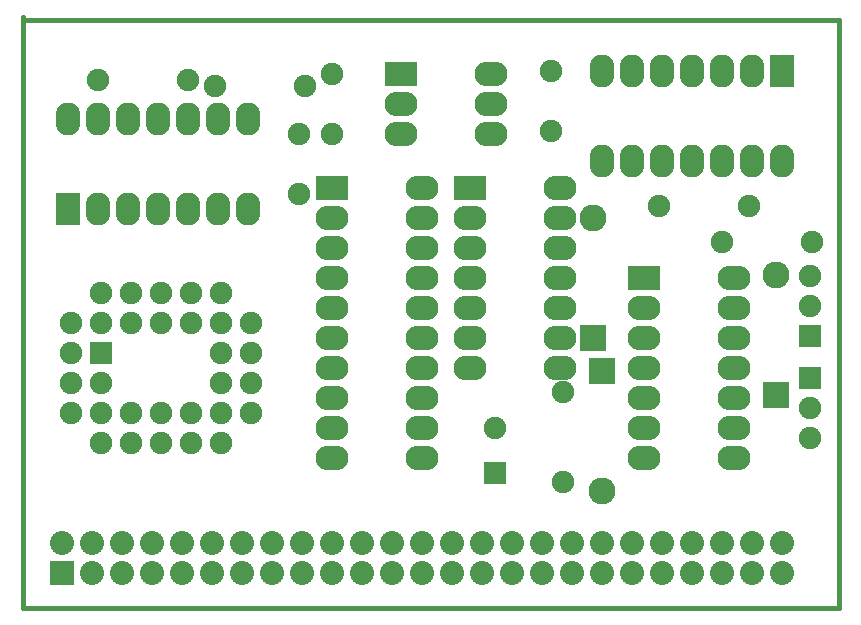
<source format=gbs>
G04 (created by PCBNEW-RS274X (2011-07-08 BZR 3044)-stable) date 06/10/2012 12:04:17*
G01*
G70*
G90*
%MOIN*%
G04 Gerber Fmt 3.4, Leading zero omitted, Abs format*
%FSLAX34Y34*%
G04 APERTURE LIST*
%ADD10C,0.006000*%
%ADD11C,0.015000*%
%ADD12C,0.075000*%
%ADD13R,0.082000X0.110000*%
%ADD14O,0.082000X0.110000*%
%ADD15R,0.075000X0.075000*%
%ADD16C,0.090000*%
%ADD17R,0.090000X0.090000*%
%ADD18R,0.110000X0.082000*%
%ADD19O,0.110000X0.082000*%
%ADD20R,0.080000X0.080000*%
%ADD21C,0.080000*%
G04 APERTURE END LIST*
G54D10*
G54D11*
X07000Y-08100D02*
X07000Y-08000D01*
X34200Y-08100D02*
X07000Y-08100D01*
X34200Y-27700D02*
X34200Y-08100D01*
X07000Y-27700D02*
X34200Y-27700D01*
X07000Y-08100D02*
X07000Y-27700D01*
G54D12*
X16200Y-11900D03*
X16200Y-13900D03*
X17300Y-09900D03*
X17300Y-11900D03*
X24600Y-11800D03*
X24600Y-09800D03*
G54D13*
X08500Y-14400D03*
G54D14*
X09500Y-14400D03*
X10500Y-14400D03*
X11500Y-14400D03*
X12500Y-14400D03*
X13500Y-14400D03*
X14500Y-14400D03*
X14500Y-11400D03*
X13500Y-11400D03*
X12500Y-11400D03*
X11500Y-11400D03*
X10500Y-11400D03*
X09500Y-11400D03*
X08500Y-11400D03*
G54D15*
X22750Y-23200D03*
G54D12*
X22750Y-21700D03*
G54D16*
X26000Y-14700D03*
G54D17*
X26000Y-18700D03*
G54D12*
X25000Y-20500D03*
X25000Y-23500D03*
G54D16*
X26300Y-23800D03*
G54D17*
X26300Y-19800D03*
G54D15*
X33250Y-20050D03*
G54D12*
X33250Y-21050D03*
X33250Y-22050D03*
G54D15*
X33250Y-18650D03*
G54D12*
X33250Y-17650D03*
X33250Y-16650D03*
X16400Y-10300D03*
X13400Y-10300D03*
X12500Y-10100D03*
X09500Y-10100D03*
X30300Y-15500D03*
X33300Y-15500D03*
G54D18*
X19600Y-09900D03*
G54D19*
X19600Y-10900D03*
X19600Y-11900D03*
X22600Y-11900D03*
X22600Y-10900D03*
X22600Y-09900D03*
G54D18*
X27700Y-16700D03*
G54D19*
X27700Y-17700D03*
X27700Y-18700D03*
X27700Y-19700D03*
X27700Y-20700D03*
X27700Y-21700D03*
X27700Y-22700D03*
X30700Y-22700D03*
X30700Y-21700D03*
X30700Y-20700D03*
X30700Y-19700D03*
X30700Y-18700D03*
X30700Y-17700D03*
X30700Y-16700D03*
G54D15*
X09600Y-19200D03*
G54D12*
X08600Y-20200D03*
X09600Y-20200D03*
X08600Y-21200D03*
X09600Y-22200D03*
X09600Y-21200D03*
X10600Y-22200D03*
X10600Y-21200D03*
X11600Y-22200D03*
X11600Y-21200D03*
X12600Y-22200D03*
X12600Y-21200D03*
X13600Y-22200D03*
X14600Y-21200D03*
X13600Y-21200D03*
X14600Y-20200D03*
X13600Y-20200D03*
X14600Y-19200D03*
X13600Y-19200D03*
X14600Y-18200D03*
X13600Y-17200D03*
X13600Y-18200D03*
X12600Y-17200D03*
X12600Y-18200D03*
X11600Y-17200D03*
X11600Y-18200D03*
X10600Y-17200D03*
X10600Y-18200D03*
X09600Y-18200D03*
X08600Y-19200D03*
X09600Y-17200D03*
X08600Y-18200D03*
G54D13*
X32300Y-09800D03*
G54D14*
X31300Y-09800D03*
X30300Y-09800D03*
X29300Y-09800D03*
X28300Y-09800D03*
X27300Y-09800D03*
X26300Y-09800D03*
X26300Y-12800D03*
X27300Y-12800D03*
X28300Y-12800D03*
X29300Y-12800D03*
X30300Y-12800D03*
X31300Y-12800D03*
X32300Y-12800D03*
G54D18*
X21900Y-13700D03*
G54D19*
X21900Y-14700D03*
X21900Y-15700D03*
X21900Y-16700D03*
X21900Y-17700D03*
X21900Y-18700D03*
X21900Y-19700D03*
X24900Y-19700D03*
X24900Y-18700D03*
X24900Y-17700D03*
X24900Y-16700D03*
X24900Y-15700D03*
X24900Y-14700D03*
X24900Y-13700D03*
G54D18*
X17300Y-13700D03*
G54D19*
X17300Y-14700D03*
X17300Y-15700D03*
X17300Y-16700D03*
X17300Y-17700D03*
X17300Y-18700D03*
X17300Y-19700D03*
X17300Y-20700D03*
X17300Y-21700D03*
X17300Y-22700D03*
X20300Y-22700D03*
X20300Y-21700D03*
X20300Y-20700D03*
X20300Y-19700D03*
X20300Y-18700D03*
X20300Y-17700D03*
X20300Y-16700D03*
X20300Y-15700D03*
X20300Y-14700D03*
X20300Y-13700D03*
G54D16*
X32100Y-16600D03*
G54D17*
X32100Y-20600D03*
G54D12*
X31200Y-14300D03*
X28200Y-14300D03*
G54D20*
X08294Y-26531D03*
G54D21*
X08294Y-25531D03*
X09294Y-26531D03*
X09294Y-25531D03*
X10294Y-26531D03*
X10294Y-25531D03*
X11294Y-26531D03*
X11294Y-25531D03*
X12294Y-26531D03*
X12294Y-25531D03*
X13294Y-26531D03*
X13294Y-25531D03*
X14294Y-26531D03*
X14294Y-25531D03*
X15294Y-26531D03*
X15294Y-25531D03*
X16294Y-26531D03*
X16294Y-25531D03*
X17294Y-26531D03*
X17294Y-25531D03*
X18294Y-26531D03*
X18294Y-25531D03*
X19294Y-26531D03*
X19294Y-25531D03*
X20294Y-26531D03*
X20294Y-25531D03*
X21294Y-26531D03*
X21294Y-25531D03*
X22294Y-26531D03*
X22294Y-25531D03*
X23294Y-26531D03*
X23294Y-25531D03*
X24294Y-26531D03*
X24294Y-25531D03*
X25294Y-26531D03*
X25294Y-25531D03*
X26294Y-26531D03*
X26294Y-25531D03*
X27294Y-26531D03*
X27294Y-25531D03*
X28294Y-26531D03*
X28294Y-25531D03*
X29294Y-26531D03*
X29294Y-25531D03*
X30294Y-26531D03*
X30294Y-25531D03*
X31294Y-26531D03*
X31294Y-25531D03*
X32294Y-26531D03*
X32294Y-25531D03*
M02*

</source>
